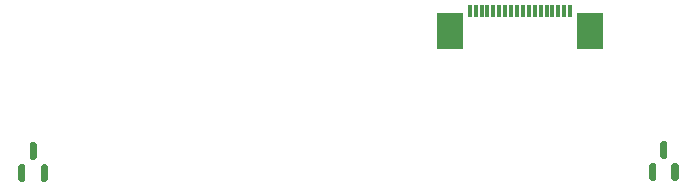
<source format=gbr>
%TF.GenerationSoftware,KiCad,Pcbnew,6.0.11-2627ca5db0~126~ubuntu22.04.1*%
%TF.CreationDate,2024-01-14T00:56:42+01:00*%
%TF.ProjectId,sda_trie_kbd,7364615f-7472-4696-955f-6b62642e6b69,rev?*%
%TF.SameCoordinates,PX2f34f60PY1c9b1e8*%
%TF.FileFunction,Paste,Bot*%
%TF.FilePolarity,Positive*%
%FSLAX46Y46*%
G04 Gerber Fmt 4.6, Leading zero omitted, Abs format (unit mm)*
G04 Created by KiCad (PCBNEW 6.0.11-2627ca5db0~126~ubuntu22.04.1) date 2024-01-14 00:56:42*
%MOMM*%
%LPD*%
G01*
G04 APERTURE LIST*
%ADD10R,2.300000X3.100000*%
%ADD11R,0.300000X1.100000*%
G04 APERTURE END LIST*
G36*
G01*
X56250000Y-16904504D02*
X55950000Y-16904504D01*
G75*
G02*
X55800000Y-16754504I0J150000D01*
G01*
X55800000Y-15579504D01*
G75*
G02*
X55950000Y-15429504I150000J0D01*
G01*
X56250000Y-15429504D01*
G75*
G02*
X56400000Y-15579504I0J-150000D01*
G01*
X56400000Y-16754504D01*
G75*
G02*
X56250000Y-16904504I-150000J0D01*
G01*
G37*
G36*
G01*
X55300000Y-18779504D02*
X55000000Y-18779504D01*
G75*
G02*
X54850000Y-18629504I0J150000D01*
G01*
X54850000Y-17454504D01*
G75*
G02*
X55000000Y-17304504I150000J0D01*
G01*
X55300000Y-17304504D01*
G75*
G02*
X55450000Y-17454504I0J-150000D01*
G01*
X55450000Y-18629504D01*
G75*
G02*
X55300000Y-18779504I-150000J0D01*
G01*
G37*
G36*
G01*
X57200000Y-18779504D02*
X56900000Y-18779504D01*
G75*
G02*
X56750000Y-18629504I0J150000D01*
G01*
X56750000Y-17454504D01*
G75*
G02*
X56900000Y-17304504I150000J0D01*
G01*
X57200000Y-17304504D01*
G75*
G02*
X57350000Y-17454504I0J-150000D01*
G01*
X57350000Y-18629504D01*
G75*
G02*
X57200000Y-18779504I-150000J0D01*
G01*
G37*
D10*
X37999400Y-6104704D03*
X49839400Y-6104704D03*
D11*
X39669400Y-4404704D03*
X40169400Y-4404704D03*
X40669400Y-4404704D03*
X41169400Y-4404704D03*
X41669400Y-4404704D03*
X42169400Y-4404704D03*
X42669400Y-4404704D03*
X43169400Y-4404704D03*
X43669400Y-4404704D03*
X44169400Y-4404704D03*
X44669400Y-4404704D03*
X45169400Y-4404704D03*
X45669400Y-4404704D03*
X46169400Y-4404704D03*
X46669400Y-4404704D03*
X47169400Y-4404704D03*
X47669400Y-4404704D03*
X48169400Y-4404704D03*
G36*
G01*
X2850000Y-17004504D02*
X2550000Y-17004504D01*
G75*
G02*
X2400000Y-16854504I0J150000D01*
G01*
X2400000Y-15679504D01*
G75*
G02*
X2550000Y-15529504I150000J0D01*
G01*
X2850000Y-15529504D01*
G75*
G02*
X3000000Y-15679504I0J-150000D01*
G01*
X3000000Y-16854504D01*
G75*
G02*
X2850000Y-17004504I-150000J0D01*
G01*
G37*
G36*
G01*
X1900000Y-18879504D02*
X1600000Y-18879504D01*
G75*
G02*
X1450000Y-18729504I0J150000D01*
G01*
X1450000Y-17554504D01*
G75*
G02*
X1600000Y-17404504I150000J0D01*
G01*
X1900000Y-17404504D01*
G75*
G02*
X2050000Y-17554504I0J-150000D01*
G01*
X2050000Y-18729504D01*
G75*
G02*
X1900000Y-18879504I-150000J0D01*
G01*
G37*
G36*
G01*
X3800000Y-18879504D02*
X3500000Y-18879504D01*
G75*
G02*
X3350000Y-18729504I0J150000D01*
G01*
X3350000Y-17554504D01*
G75*
G02*
X3500000Y-17404504I150000J0D01*
G01*
X3800000Y-17404504D01*
G75*
G02*
X3950000Y-17554504I0J-150000D01*
G01*
X3950000Y-18729504D01*
G75*
G02*
X3800000Y-18879504I-150000J0D01*
G01*
G37*
M02*

</source>
